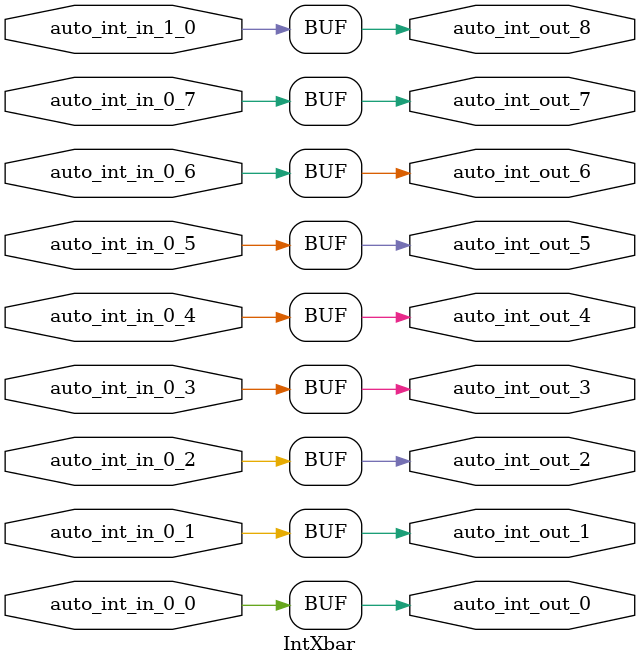
<source format=sv>
`ifndef RANDOMIZE
  `ifdef RANDOMIZE_REG_INIT
    `define RANDOMIZE
  `endif // RANDOMIZE_REG_INIT
`endif // not def RANDOMIZE
`ifndef RANDOMIZE
  `ifdef RANDOMIZE_MEM_INIT
    `define RANDOMIZE
  `endif // RANDOMIZE_MEM_INIT
`endif // not def RANDOMIZE

`ifndef RANDOM
  `define RANDOM $random
`endif // not def RANDOM

// Users can define 'PRINTF_COND' to add an extra gate to prints.
`ifndef PRINTF_COND_
  `ifdef PRINTF_COND
    `define PRINTF_COND_ (`PRINTF_COND)
  `else  // PRINTF_COND
    `define PRINTF_COND_ 1
  `endif // PRINTF_COND
`endif // not def PRINTF_COND_

// Users can define 'ASSERT_VERBOSE_COND' to add an extra gate to assert error printing.
`ifndef ASSERT_VERBOSE_COND_
  `ifdef ASSERT_VERBOSE_COND
    `define ASSERT_VERBOSE_COND_ (`ASSERT_VERBOSE_COND)
  `else  // ASSERT_VERBOSE_COND
    `define ASSERT_VERBOSE_COND_ 1
  `endif // ASSERT_VERBOSE_COND
`endif // not def ASSERT_VERBOSE_COND_

// Users can define 'STOP_COND' to add an extra gate to stop conditions.
`ifndef STOP_COND_
  `ifdef STOP_COND
    `define STOP_COND_ (`STOP_COND)
  `else  // STOP_COND
    `define STOP_COND_ 1
  `endif // STOP_COND
`endif // not def STOP_COND_

// Users can define INIT_RANDOM as general code that gets injected into the
// initializer block for modules with registers.
`ifndef INIT_RANDOM
  `define INIT_RANDOM
`endif // not def INIT_RANDOM

// If using random initialization, you can also define RANDOMIZE_DELAY to
// customize the delay used, otherwise 0.002 is used.
`ifndef RANDOMIZE_DELAY
  `define RANDOMIZE_DELAY 0.002
`endif // not def RANDOMIZE_DELAY

// Define INIT_RANDOM_PROLOG_ for use in our modules below.
`ifndef INIT_RANDOM_PROLOG_
  `ifdef RANDOMIZE
    `ifdef VERILATOR
      `define INIT_RANDOM_PROLOG_ `INIT_RANDOM
    `else  // VERILATOR
      `define INIT_RANDOM_PROLOG_ `INIT_RANDOM #`RANDOMIZE_DELAY begin end
    `endif // VERILATOR
  `else  // RANDOMIZE
    `define INIT_RANDOM_PROLOG_
  `endif // RANDOMIZE
`endif // not def INIT_RANDOM_PROLOG_

module IntXbar(
  input  auto_int_in_1_0,
         auto_int_in_0_0,
         auto_int_in_0_1,
         auto_int_in_0_2,
         auto_int_in_0_3,
         auto_int_in_0_4,
         auto_int_in_0_5,
         auto_int_in_0_6,
         auto_int_in_0_7,
  output auto_int_out_0,
         auto_int_out_1,
         auto_int_out_2,
         auto_int_out_3,
         auto_int_out_4,
         auto_int_out_5,
         auto_int_out_6,
         auto_int_out_7,
         auto_int_out_8
);

  assign auto_int_out_0 = auto_int_in_0_0;
  assign auto_int_out_1 = auto_int_in_0_1;
  assign auto_int_out_2 = auto_int_in_0_2;
  assign auto_int_out_3 = auto_int_in_0_3;
  assign auto_int_out_4 = auto_int_in_0_4;
  assign auto_int_out_5 = auto_int_in_0_5;
  assign auto_int_out_6 = auto_int_in_0_6;
  assign auto_int_out_7 = auto_int_in_0_7;
  assign auto_int_out_8 = auto_int_in_1_0;
endmodule


</source>
